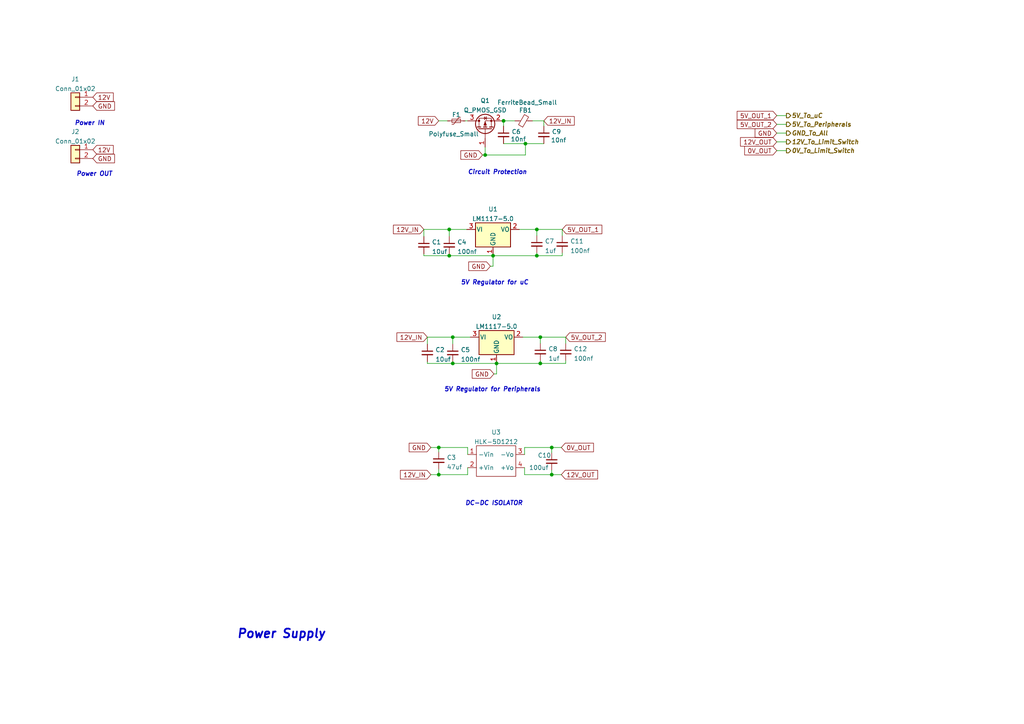
<source format=kicad_sch>
(kicad_sch
	(version 20231120)
	(generator "eeschema")
	(generator_version "8.0")
	(uuid "3934cdea-42c8-4ab1-b1be-2c4978ab08ae")
	(paper "A4")
	(title_block
		(title "Motion Control Board")
		(date "2022-04-14")
		(company "Vashishtha Research Private Limited")
	)
	(lib_symbols
		(symbol "Connector_Generic:Conn_01x02"
			(pin_names
				(offset 1.016) hide)
			(exclude_from_sim no)
			(in_bom yes)
			(on_board yes)
			(property "Reference" "J"
				(at 0 2.54 0)
				(effects
					(font
						(size 1.27 1.27)
					)
				)
			)
			(property "Value" "Conn_01x02"
				(at 0 -5.08 0)
				(effects
					(font
						(size 1.27 1.27)
					)
				)
			)
			(property "Footprint" ""
				(at 0 0 0)
				(effects
					(font
						(size 1.27 1.27)
					)
					(hide yes)
				)
			)
			(property "Datasheet" "~"
				(at 0 0 0)
				(effects
					(font
						(size 1.27 1.27)
					)
					(hide yes)
				)
			)
			(property "Description" "Generic connector, single row, 01x02, script generated (kicad-library-utils/schlib/autogen/connector/)"
				(at 0 0 0)
				(effects
					(font
						(size 1.27 1.27)
					)
					(hide yes)
				)
			)
			(property "ki_keywords" "connector"
				(at 0 0 0)
				(effects
					(font
						(size 1.27 1.27)
					)
					(hide yes)
				)
			)
			(property "ki_fp_filters" "Connector*:*_1x??_*"
				(at 0 0 0)
				(effects
					(font
						(size 1.27 1.27)
					)
					(hide yes)
				)
			)
			(symbol "Conn_01x02_1_1"
				(rectangle
					(start -1.27 -2.413)
					(end 0 -2.667)
					(stroke
						(width 0.1524)
						(type default)
					)
					(fill
						(type none)
					)
				)
				(rectangle
					(start -1.27 0.127)
					(end 0 -0.127)
					(stroke
						(width 0.1524)
						(type default)
					)
					(fill
						(type none)
					)
				)
				(rectangle
					(start -1.27 1.27)
					(end 1.27 -3.81)
					(stroke
						(width 0.254)
						(type default)
					)
					(fill
						(type background)
					)
				)
				(pin passive line
					(at -5.08 0 0)
					(length 3.81)
					(name "Pin_1"
						(effects
							(font
								(size 1.27 1.27)
							)
						)
					)
					(number "1"
						(effects
							(font
								(size 1.27 1.27)
							)
						)
					)
				)
				(pin passive line
					(at -5.08 -2.54 0)
					(length 3.81)
					(name "Pin_2"
						(effects
							(font
								(size 1.27 1.27)
							)
						)
					)
					(number "2"
						(effects
							(font
								(size 1.27 1.27)
							)
						)
					)
				)
			)
		)
		(symbol "Device:C_Small"
			(pin_numbers hide)
			(pin_names
				(offset 0.254) hide)
			(exclude_from_sim no)
			(in_bom yes)
			(on_board yes)
			(property "Reference" "C"
				(at 0.254 1.778 0)
				(effects
					(font
						(size 1.27 1.27)
					)
					(justify left)
				)
			)
			(property "Value" "C_Small"
				(at 0.254 -2.032 0)
				(effects
					(font
						(size 1.27 1.27)
					)
					(justify left)
				)
			)
			(property "Footprint" ""
				(at 0 0 0)
				(effects
					(font
						(size 1.27 1.27)
					)
					(hide yes)
				)
			)
			(property "Datasheet" "~"
				(at 0 0 0)
				(effects
					(font
						(size 1.27 1.27)
					)
					(hide yes)
				)
			)
			(property "Description" "Unpolarized capacitor, small symbol"
				(at 0 0 0)
				(effects
					(font
						(size 1.27 1.27)
					)
					(hide yes)
				)
			)
			(property "ki_keywords" "capacitor cap"
				(at 0 0 0)
				(effects
					(font
						(size 1.27 1.27)
					)
					(hide yes)
				)
			)
			(property "ki_fp_filters" "C_*"
				(at 0 0 0)
				(effects
					(font
						(size 1.27 1.27)
					)
					(hide yes)
				)
			)
			(symbol "C_Small_0_1"
				(polyline
					(pts
						(xy -1.524 -0.508) (xy 1.524 -0.508)
					)
					(stroke
						(width 0.3302)
						(type default)
					)
					(fill
						(type none)
					)
				)
				(polyline
					(pts
						(xy -1.524 0.508) (xy 1.524 0.508)
					)
					(stroke
						(width 0.3048)
						(type default)
					)
					(fill
						(type none)
					)
				)
			)
			(symbol "C_Small_1_1"
				(pin passive line
					(at 0 2.54 270)
					(length 2.032)
					(name "~"
						(effects
							(font
								(size 1.27 1.27)
							)
						)
					)
					(number "1"
						(effects
							(font
								(size 1.27 1.27)
							)
						)
					)
				)
				(pin passive line
					(at 0 -2.54 90)
					(length 2.032)
					(name "~"
						(effects
							(font
								(size 1.27 1.27)
							)
						)
					)
					(number "2"
						(effects
							(font
								(size 1.27 1.27)
							)
						)
					)
				)
			)
		)
		(symbol "Device:FerriteBead_Small"
			(pin_numbers hide)
			(pin_names
				(offset 0)
			)
			(exclude_from_sim no)
			(in_bom yes)
			(on_board yes)
			(property "Reference" "FB"
				(at 1.905 1.27 0)
				(effects
					(font
						(size 1.27 1.27)
					)
					(justify left)
				)
			)
			(property "Value" "FerriteBead_Small"
				(at 1.905 -1.27 0)
				(effects
					(font
						(size 1.27 1.27)
					)
					(justify left)
				)
			)
			(property "Footprint" ""
				(at -1.778 0 90)
				(effects
					(font
						(size 1.27 1.27)
					)
					(hide yes)
				)
			)
			(property "Datasheet" "~"
				(at 0 0 0)
				(effects
					(font
						(size 1.27 1.27)
					)
					(hide yes)
				)
			)
			(property "Description" "Ferrite bead, small symbol"
				(at 0 0 0)
				(effects
					(font
						(size 1.27 1.27)
					)
					(hide yes)
				)
			)
			(property "ki_keywords" "L ferrite bead inductor filter"
				(at 0 0 0)
				(effects
					(font
						(size 1.27 1.27)
					)
					(hide yes)
				)
			)
			(property "ki_fp_filters" "Inductor_* L_* *Ferrite*"
				(at 0 0 0)
				(effects
					(font
						(size 1.27 1.27)
					)
					(hide yes)
				)
			)
			(symbol "FerriteBead_Small_0_1"
				(polyline
					(pts
						(xy 0 -1.27) (xy 0 -0.7874)
					)
					(stroke
						(width 0)
						(type default)
					)
					(fill
						(type none)
					)
				)
				(polyline
					(pts
						(xy 0 0.889) (xy 0 1.2954)
					)
					(stroke
						(width 0)
						(type default)
					)
					(fill
						(type none)
					)
				)
				(polyline
					(pts
						(xy -1.8288 0.2794) (xy -1.1176 1.4986) (xy 1.8288 -0.2032) (xy 1.1176 -1.4224) (xy -1.8288 0.2794)
					)
					(stroke
						(width 0)
						(type default)
					)
					(fill
						(type none)
					)
				)
			)
			(symbol "FerriteBead_Small_1_1"
				(pin passive line
					(at 0 2.54 270)
					(length 1.27)
					(name "~"
						(effects
							(font
								(size 1.27 1.27)
							)
						)
					)
					(number "1"
						(effects
							(font
								(size 1.27 1.27)
							)
						)
					)
				)
				(pin passive line
					(at 0 -2.54 90)
					(length 1.27)
					(name "~"
						(effects
							(font
								(size 1.27 1.27)
							)
						)
					)
					(number "2"
						(effects
							(font
								(size 1.27 1.27)
							)
						)
					)
				)
			)
		)
		(symbol "Device:Polyfuse_Small"
			(pin_numbers hide)
			(pin_names
				(offset 0)
			)
			(exclude_from_sim no)
			(in_bom yes)
			(on_board yes)
			(property "Reference" "F"
				(at -1.905 0 90)
				(effects
					(font
						(size 1.27 1.27)
					)
				)
			)
			(property "Value" "Polyfuse_Small"
				(at 1.905 0 90)
				(effects
					(font
						(size 1.27 1.27)
					)
				)
			)
			(property "Footprint" ""
				(at 1.27 -5.08 0)
				(effects
					(font
						(size 1.27 1.27)
					)
					(justify left)
					(hide yes)
				)
			)
			(property "Datasheet" "~"
				(at 0 0 0)
				(effects
					(font
						(size 1.27 1.27)
					)
					(hide yes)
				)
			)
			(property "Description" "Resettable fuse, polymeric positive temperature coefficient, small symbol"
				(at 0 0 0)
				(effects
					(font
						(size 1.27 1.27)
					)
					(hide yes)
				)
			)
			(property "ki_keywords" "resettable fuse PTC PPTC polyfuse polyswitch"
				(at 0 0 0)
				(effects
					(font
						(size 1.27 1.27)
					)
					(hide yes)
				)
			)
			(property "ki_fp_filters" "*polyfuse* *PTC*"
				(at 0 0 0)
				(effects
					(font
						(size 1.27 1.27)
					)
					(hide yes)
				)
			)
			(symbol "Polyfuse_Small_0_1"
				(rectangle
					(start -0.508 1.27)
					(end 0.508 -1.27)
					(stroke
						(width 0)
						(type default)
					)
					(fill
						(type none)
					)
				)
				(polyline
					(pts
						(xy 0 2.54) (xy 0 -2.54)
					)
					(stroke
						(width 0)
						(type default)
					)
					(fill
						(type none)
					)
				)
				(polyline
					(pts
						(xy -1.016 1.27) (xy -1.016 0.762) (xy 1.016 -0.762) (xy 1.016 -1.27)
					)
					(stroke
						(width 0)
						(type default)
					)
					(fill
						(type none)
					)
				)
			)
			(symbol "Polyfuse_Small_1_1"
				(pin passive line
					(at 0 2.54 270)
					(length 0.635)
					(name "~"
						(effects
							(font
								(size 1.27 1.27)
							)
						)
					)
					(number "1"
						(effects
							(font
								(size 1.27 1.27)
							)
						)
					)
				)
				(pin passive line
					(at 0 -2.54 90)
					(length 0.635)
					(name "~"
						(effects
							(font
								(size 1.27 1.27)
							)
						)
					)
					(number "2"
						(effects
							(font
								(size 1.27 1.27)
							)
						)
					)
				)
			)
		)
		(symbol "Device:Q_PMOS_GSD"
			(pin_names
				(offset 0) hide)
			(exclude_from_sim no)
			(in_bom yes)
			(on_board yes)
			(property "Reference" "Q"
				(at 5.08 1.27 0)
				(effects
					(font
						(size 1.27 1.27)
					)
					(justify left)
				)
			)
			(property "Value" "Q_PMOS_GSD"
				(at 5.08 -1.27 0)
				(effects
					(font
						(size 1.27 1.27)
					)
					(justify left)
				)
			)
			(property "Footprint" ""
				(at 5.08 2.54 0)
				(effects
					(font
						(size 1.27 1.27)
					)
					(hide yes)
				)
			)
			(property "Datasheet" "~"
				(at 0 0 0)
				(effects
					(font
						(size 1.27 1.27)
					)
					(hide yes)
				)
			)
			(property "Description" "P-MOSFET transistor, gate/source/drain"
				(at 0 0 0)
				(effects
					(font
						(size 1.27 1.27)
					)
					(hide yes)
				)
			)
			(property "ki_keywords" "transistor PMOS P-MOS P-MOSFET"
				(at 0 0 0)
				(effects
					(font
						(size 1.27 1.27)
					)
					(hide yes)
				)
			)
			(symbol "Q_PMOS_GSD_0_1"
				(polyline
					(pts
						(xy 0.254 0) (xy -2.54 0)
					)
					(stroke
						(width 0)
						(type default)
					)
					(fill
						(type none)
					)
				)
				(polyline
					(pts
						(xy 0.254 1.905) (xy 0.254 -1.905)
					)
					(stroke
						(width 0.254)
						(type default)
					)
					(fill
						(type none)
					)
				)
				(polyline
					(pts
						(xy 0.762 -1.27) (xy 0.762 -2.286)
					)
					(stroke
						(width 0.254)
						(type default)
					)
					(fill
						(type none)
					)
				)
				(polyline
					(pts
						(xy 0.762 0.508) (xy 0.762 -0.508)
					)
					(stroke
						(width 0.254)
						(type default)
					)
					(fill
						(type none)
					)
				)
				(polyline
					(pts
						(xy 0.762 2.286) (xy 0.762 1.27)
					)
					(stroke
						(width 0.254)
						(type default)
					)
					(fill
						(type none)
					)
				)
				(polyline
					(pts
						(xy 2.54 2.54) (xy 2.54 1.778)
					)
					(stroke
						(width 0)
						(type default)
					)
					(fill
						(type none)
					)
				)
				(polyline
					(pts
						(xy 2.54 -2.54) (xy 2.54 0) (xy 0.762 0)
					)
					(stroke
						(width 0)
						(type default)
					)
					(fill
						(type none)
					)
				)
				(polyline
					(pts
						(xy 0.762 1.778) (xy 3.302 1.778) (xy 3.302 -1.778) (xy 0.762 -1.778)
					)
					(stroke
						(width 0)
						(type default)
					)
					(fill
						(type none)
					)
				)
				(polyline
					(pts
						(xy 2.286 0) (xy 1.27 0.381) (xy 1.27 -0.381) (xy 2.286 0)
					)
					(stroke
						(width 0)
						(type default)
					)
					(fill
						(type outline)
					)
				)
				(polyline
					(pts
						(xy 2.794 -0.508) (xy 2.921 -0.381) (xy 3.683 -0.381) (xy 3.81 -0.254)
					)
					(stroke
						(width 0)
						(type default)
					)
					(fill
						(type none)
					)
				)
				(polyline
					(pts
						(xy 3.302 -0.381) (xy 2.921 0.254) (xy 3.683 0.254) (xy 3.302 -0.381)
					)
					(stroke
						(width 0)
						(type default)
					)
					(fill
						(type none)
					)
				)
				(circle
					(center 1.651 0)
					(radius 2.794)
					(stroke
						(width 0.254)
						(type default)
					)
					(fill
						(type none)
					)
				)
				(circle
					(center 2.54 -1.778)
					(radius 0.254)
					(stroke
						(width 0)
						(type default)
					)
					(fill
						(type outline)
					)
				)
				(circle
					(center 2.54 1.778)
					(radius 0.254)
					(stroke
						(width 0)
						(type default)
					)
					(fill
						(type outline)
					)
				)
			)
			(symbol "Q_PMOS_GSD_1_1"
				(pin input line
					(at -5.08 0 0)
					(length 2.54)
					(name "G"
						(effects
							(font
								(size 1.27 1.27)
							)
						)
					)
					(number "1"
						(effects
							(font
								(size 1.27 1.27)
							)
						)
					)
				)
				(pin passive line
					(at 2.54 -5.08 90)
					(length 2.54)
					(name "S"
						(effects
							(font
								(size 1.27 1.27)
							)
						)
					)
					(number "2"
						(effects
							(font
								(size 1.27 1.27)
							)
						)
					)
				)
				(pin passive line
					(at 2.54 5.08 270)
					(length 2.54)
					(name "D"
						(effects
							(font
								(size 1.27 1.27)
							)
						)
					)
					(number "3"
						(effects
							(font
								(size 1.27 1.27)
							)
						)
					)
				)
			)
		)
		(symbol "Hi-Link:HLK-5D1212"
			(exclude_from_sim no)
			(in_bom yes)
			(on_board yes)
			(property "Reference" "U"
				(at -1.27 10.16 0)
				(effects
					(font
						(size 1.27 1.27)
					)
				)
			)
			(property "Value" "HLK-5D1212"
				(at 0 -2.54 0)
				(effects
					(font
						(size 1.27 1.27)
					)
				)
			)
			(property "Footprint" ""
				(at 1.27 0 0)
				(effects
					(font
						(size 1.27 1.27)
					)
					(hide yes)
				)
			)
			(property "Datasheet" ""
				(at 1.27 0 0)
				(effects
					(font
						(size 1.27 1.27)
					)
					(hide yes)
				)
			)
			(property "Description" ""
				(at 0 0 0)
				(effects
					(font
						(size 1.27 1.27)
					)
					(hide yes)
				)
			)
			(symbol "HLK-5D1212_0_1"
				(rectangle
					(start -6.35 8.89)
					(end 5.08 0)
					(stroke
						(width 0.1524)
						(type default)
					)
					(fill
						(type none)
					)
				)
			)
			(symbol "HLK-5D1212_1_1"
				(pin input line
					(at -8.89 6.35 0)
					(length 2.54)
					(name "-Vin"
						(effects
							(font
								(size 1.27 1.27)
							)
						)
					)
					(number "1"
						(effects
							(font
								(size 1.27 1.27)
							)
						)
					)
				)
				(pin input line
					(at -8.89 2.54 0)
					(length 2.54)
					(name "+Vin"
						(effects
							(font
								(size 1.27 1.27)
							)
						)
					)
					(number "2"
						(effects
							(font
								(size 1.27 1.27)
							)
						)
					)
				)
				(pin output line
					(at 7.62 6.35 180)
					(length 2.54)
					(name "-Vo"
						(effects
							(font
								(size 1.27 1.27)
							)
						)
					)
					(number "3"
						(effects
							(font
								(size 1.27 1.27)
							)
						)
					)
				)
				(pin output line
					(at 7.62 2.54 180)
					(length 2.54)
					(name "+Vo"
						(effects
							(font
								(size 1.27 1.27)
							)
						)
					)
					(number "4"
						(effects
							(font
								(size 1.27 1.27)
							)
						)
					)
				)
			)
		)
		(symbol "Regulator_Linear:LM1117-5.0"
			(pin_names
				(offset 0.254)
			)
			(exclude_from_sim no)
			(in_bom yes)
			(on_board yes)
			(property "Reference" "U"
				(at -3.81 3.175 0)
				(effects
					(font
						(size 1.27 1.27)
					)
				)
			)
			(property "Value" "LM1117-5.0"
				(at 0 3.175 0)
				(effects
					(font
						(size 1.27 1.27)
					)
					(justify left)
				)
			)
			(property "Footprint" ""
				(at 0 0 0)
				(effects
					(font
						(size 1.27 1.27)
					)
					(hide yes)
				)
			)
			(property "Datasheet" "http://www.ti.com/lit/ds/symlink/lm1117.pdf"
				(at 0 0 0)
				(effects
					(font
						(size 1.27 1.27)
					)
					(hide yes)
				)
			)
			(property "Description" "800mA Low-Dropout Linear Regulator, 5.0V fixed output, TO-220/TO-252/TO-263/SOT-223"
				(at 0 0 0)
				(effects
					(font
						(size 1.27 1.27)
					)
					(hide yes)
				)
			)
			(property "ki_keywords" "linear regulator ldo fixed positive"
				(at 0 0 0)
				(effects
					(font
						(size 1.27 1.27)
					)
					(hide yes)
				)
			)
			(property "ki_fp_filters" "SOT?223* TO?263* TO?252* TO?220*"
				(at 0 0 0)
				(effects
					(font
						(size 1.27 1.27)
					)
					(hide yes)
				)
			)
			(symbol "LM1117-5.0_0_1"
				(rectangle
					(start -5.08 -5.08)
					(end 5.08 1.905)
					(stroke
						(width 0.254)
						(type default)
					)
					(fill
						(type background)
					)
				)
			)
			(symbol "LM1117-5.0_1_1"
				(pin power_in line
					(at 0 -7.62 90)
					(length 2.54)
					(name "GND"
						(effects
							(font
								(size 1.27 1.27)
							)
						)
					)
					(number "1"
						(effects
							(font
								(size 1.27 1.27)
							)
						)
					)
				)
				(pin power_out line
					(at 7.62 0 180)
					(length 2.54)
					(name "VO"
						(effects
							(font
								(size 1.27 1.27)
							)
						)
					)
					(number "2"
						(effects
							(font
								(size 1.27 1.27)
							)
						)
					)
				)
				(pin power_in line
					(at -7.62 0 0)
					(length 2.54)
					(name "VI"
						(effects
							(font
								(size 1.27 1.27)
							)
						)
					)
					(number "3"
						(effects
							(font
								(size 1.27 1.27)
							)
						)
					)
				)
			)
		)
	)
	(junction
		(at 152.4 41.656)
		(diameter 0)
		(color 0 0 0 0)
		(uuid "0ec4017c-aaa4-494b-8855-8fa7e51c9539")
	)
	(junction
		(at 156.718 97.79)
		(diameter 0)
		(color 0 0 0 0)
		(uuid "2dc05637-1d28-4750-be32-f6f85dff03c3")
	)
	(junction
		(at 144.018 105.41)
		(diameter 0)
		(color 0 0 0 0)
		(uuid "37377d6c-9916-4448-b712-24b8cd19bb46")
	)
	(junction
		(at 156.718 105.41)
		(diameter 0)
		(color 0 0 0 0)
		(uuid "4be5e3b9-5935-4c5b-8909-ec7c4173b17c")
	)
	(junction
		(at 130.302 74.168)
		(diameter 0)
		(color 0 0 0 0)
		(uuid "6e2c6dbd-e8c1-4cc7-bb43-5b1d83671c4b")
	)
	(junction
		(at 155.702 66.548)
		(diameter 0)
		(color 0 0 0 0)
		(uuid "7112c913-47fd-424a-ac40-04cf4baf79d9")
	)
	(junction
		(at 127.254 137.668)
		(diameter 0)
		(color 0 0 0 0)
		(uuid "7d126ed4-3e8b-440b-9e9e-06e8730d762e")
	)
	(junction
		(at 140.716 44.958)
		(diameter 0)
		(color 0 0 0 0)
		(uuid "859a1177-7dfe-4bbe-96f8-7e279847244c")
	)
	(junction
		(at 155.702 74.168)
		(diameter 0)
		(color 0 0 0 0)
		(uuid "8fcf6978-4b9e-4753-957a-bff7b5edecde")
	)
	(junction
		(at 127.254 129.794)
		(diameter 0)
		(color 0 0 0 0)
		(uuid "96611559-6432-416b-b2bc-ca46f94a0ebd")
	)
	(junction
		(at 130.302 66.548)
		(diameter 0)
		(color 0 0 0 0)
		(uuid "b022e711-88df-4ed8-8721-7e3ca186cfe8")
	)
	(junction
		(at 143.002 74.168)
		(diameter 0)
		(color 0 0 0 0)
		(uuid "b319cefa-2843-4e61-b94d-c9889be7f208")
	)
	(junction
		(at 160.02 129.794)
		(diameter 0)
		(color 0 0 0 0)
		(uuid "b344e7fa-f050-4399-b3a7-30c99ba599c7")
	)
	(junction
		(at 131.318 97.79)
		(diameter 0)
		(color 0 0 0 0)
		(uuid "b53d5d33-f83d-47b4-9fb8-bca755197bf5")
	)
	(junction
		(at 131.318 105.41)
		(diameter 0)
		(color 0 0 0 0)
		(uuid "cd375f37-f920-4670-93d7-d4d40fc184b1")
	)
	(junction
		(at 160.02 137.668)
		(diameter 0)
		(color 0 0 0 0)
		(uuid "d9c904d5-2133-4bc2-85fd-7081abe5a527")
	)
	(junction
		(at 146.05 35.052)
		(diameter 0)
		(color 0 0 0 0)
		(uuid "e054f9fb-33b9-4dab-b65b-60565691edf2")
	)
	(wire
		(pts
			(xy 131.318 105.41) (xy 144.018 105.41)
		)
		(stroke
			(width 0)
			(type default)
		)
		(uuid "012bd20f-2007-4ee3-a915-f23a6daf2488")
	)
	(wire
		(pts
			(xy 146.05 35.052) (xy 149.352 35.052)
		)
		(stroke
			(width 0)
			(type default)
		)
		(uuid "021bb280-3cf1-4948-a4d4-ec9cf5b1e759")
	)
	(wire
		(pts
			(xy 122.936 66.548) (xy 122.936 68.58)
		)
		(stroke
			(width 0)
			(type default)
		)
		(uuid "064e5cef-8111-4b50-90dd-9d5c26d917a8")
	)
	(wire
		(pts
			(xy 127.254 131.064) (xy 127.254 129.794)
		)
		(stroke
			(width 0)
			(type default)
		)
		(uuid "0826a2af-6c15-4829-931f-84af3b606cbd")
	)
	(wire
		(pts
			(xy 146.05 35.052) (xy 146.05 36.576)
		)
		(stroke
			(width 0)
			(type default)
		)
		(uuid "0c42a8d0-675c-42e2-9276-ab70f0819c1a")
	)
	(wire
		(pts
			(xy 152.146 131.826) (xy 152.146 129.794)
		)
		(stroke
			(width 0)
			(type default)
		)
		(uuid "0defe189-0f7c-48b3-a945-bfd6113baedd")
	)
	(wire
		(pts
			(xy 127.254 129.794) (xy 135.636 129.794)
		)
		(stroke
			(width 0)
			(type default)
		)
		(uuid "0df91c2c-b24f-4ff5-b5fa-9267b70be6f1")
	)
	(wire
		(pts
			(xy 130.302 73.66) (xy 130.302 74.168)
		)
		(stroke
			(width 0)
			(type default)
		)
		(uuid "0ed6a872-6c2d-431f-9e74-9e26ef2d81f2")
	)
	(wire
		(pts
			(xy 155.702 74.168) (xy 163.068 74.168)
		)
		(stroke
			(width 0)
			(type default)
		)
		(uuid "0f0948db-3512-40aa-917a-957bcda94830")
	)
	(wire
		(pts
			(xy 123.952 105.41) (xy 131.318 105.41)
		)
		(stroke
			(width 0)
			(type default)
		)
		(uuid "15f27992-accc-4fb1-8042-f99583c7b085")
	)
	(wire
		(pts
			(xy 140.716 44.958) (xy 140.716 42.672)
		)
		(stroke
			(width 0)
			(type default)
		)
		(uuid "16e934a7-d899-4fe8-aea3-62d6fb6f7f44")
	)
	(wire
		(pts
			(xy 140.716 44.958) (xy 152.4 44.958)
		)
		(stroke
			(width 0)
			(type default)
		)
		(uuid "17d5c41d-592f-4f91-913f-88a0e8aee830")
	)
	(wire
		(pts
			(xy 144.018 105.41) (xy 144.018 108.458)
		)
		(stroke
			(width 0)
			(type default)
		)
		(uuid "1b7051f9-4f40-4ab4-a5bc-a407d7398b68")
	)
	(wire
		(pts
			(xy 122.936 74.168) (xy 130.302 74.168)
		)
		(stroke
			(width 0)
			(type default)
		)
		(uuid "25f344d9-0cd7-4bdd-b602-6ca1c2cbe4e9")
	)
	(wire
		(pts
			(xy 155.702 73.406) (xy 155.702 74.168)
		)
		(stroke
			(width 0)
			(type default)
		)
		(uuid "2a705c1a-2550-4927-a08b-c1667f868127")
	)
	(wire
		(pts
			(xy 122.936 73.66) (xy 122.936 74.168)
		)
		(stroke
			(width 0)
			(type default)
		)
		(uuid "2d1ad5ac-7622-48a8-a54c-7612daf81ae4")
	)
	(wire
		(pts
			(xy 160.02 136.398) (xy 160.02 137.668)
		)
		(stroke
			(width 0)
			(type default)
		)
		(uuid "2d3a3a29-0748-4de0-a33a-2b023641afeb")
	)
	(wire
		(pts
			(xy 145.796 35.052) (xy 146.05 35.052)
		)
		(stroke
			(width 0)
			(type default)
		)
		(uuid "2d62e9f3-a96a-4a5b-8afb-225eccb61e1f")
	)
	(wire
		(pts
			(xy 124.968 129.794) (xy 127.254 129.794)
		)
		(stroke
			(width 0)
			(type default)
		)
		(uuid "310bad17-a193-435f-9007-4c70a38a0b93")
	)
	(wire
		(pts
			(xy 152.4 44.958) (xy 152.4 41.656)
		)
		(stroke
			(width 0)
			(type default)
		)
		(uuid "314c6d89-e951-45db-84ce-5c71d296ba47")
	)
	(wire
		(pts
			(xy 155.702 66.548) (xy 163.068 66.548)
		)
		(stroke
			(width 0)
			(type default)
		)
		(uuid "31f509a0-0eac-45a8-ba27-5b78653aa0aa")
	)
	(wire
		(pts
			(xy 144.018 108.458) (xy 143.256 108.458)
		)
		(stroke
			(width 0)
			(type default)
		)
		(uuid "355f8b91-4621-4935-9bf6-6ccbe8a1bc62")
	)
	(wire
		(pts
			(xy 154.432 35.052) (xy 157.734 35.052)
		)
		(stroke
			(width 0)
			(type default)
		)
		(uuid "40c9ea82-ead1-49c5-8f34-a79fd23ec7a6")
	)
	(wire
		(pts
			(xy 225.298 36.068) (xy 228.092 36.068)
		)
		(stroke
			(width 0)
			(type default)
		)
		(uuid "4cbdd828-8947-4148-b324-4b3192a83b28")
	)
	(wire
		(pts
			(xy 160.02 129.794) (xy 160.02 131.318)
		)
		(stroke
			(width 0)
			(type default)
		)
		(uuid "4e613007-8306-42bd-ad86-b70b55b787ac")
	)
	(wire
		(pts
			(xy 123.952 97.79) (xy 131.318 97.79)
		)
		(stroke
			(width 0)
			(type default)
		)
		(uuid "54776f05-fc51-4c15-bd31-9eb41a90bd4b")
	)
	(wire
		(pts
			(xy 127.254 136.144) (xy 127.254 137.668)
		)
		(stroke
			(width 0)
			(type default)
		)
		(uuid "57b89e06-bc96-4c93-82c5-04661f3f0673")
	)
	(wire
		(pts
			(xy 130.302 74.168) (xy 143.002 74.168)
		)
		(stroke
			(width 0)
			(type default)
		)
		(uuid "5951e4ed-50e1-4904-b6a0-28035bacfcc3")
	)
	(wire
		(pts
			(xy 157.734 35.052) (xy 157.734 36.576)
		)
		(stroke
			(width 0)
			(type default)
		)
		(uuid "5e6c0a7b-f3af-477a-b7a7-d36743f48e5a")
	)
	(wire
		(pts
			(xy 139.954 44.958) (xy 140.716 44.958)
		)
		(stroke
			(width 0)
			(type default)
		)
		(uuid "614ae81e-b877-406d-ac9f-4b8470475cb5")
	)
	(wire
		(pts
			(xy 143.002 74.168) (xy 155.702 74.168)
		)
		(stroke
			(width 0)
			(type default)
		)
		(uuid "653d887a-5ba3-40fe-8257-cb986295c07c")
	)
	(wire
		(pts
			(xy 164.084 97.79) (xy 164.084 99.568)
		)
		(stroke
			(width 0)
			(type default)
		)
		(uuid "65f81e0d-2803-4807-86c6-cdd350bc3b1f")
	)
	(wire
		(pts
			(xy 164.084 105.41) (xy 164.084 104.648)
		)
		(stroke
			(width 0)
			(type default)
		)
		(uuid "685ca289-af4f-4329-9197-3e301d436d4c")
	)
	(wire
		(pts
			(xy 225.298 43.688) (xy 228.092 43.688)
		)
		(stroke
			(width 0)
			(type default)
		)
		(uuid "6a49d4b9-3705-4f27-a755-c577d7629c19")
	)
	(wire
		(pts
			(xy 130.302 66.548) (xy 130.302 68.58)
		)
		(stroke
			(width 0)
			(type default)
		)
		(uuid "6fbbe63a-2c33-4b9a-9282-456b4e1031ed")
	)
	(wire
		(pts
			(xy 152.146 137.668) (xy 160.02 137.668)
		)
		(stroke
			(width 0)
			(type default)
		)
		(uuid "735e0fa3-ce11-41b0-aa7b-608835b63bc7")
	)
	(wire
		(pts
			(xy 127.254 35.052) (xy 129.794 35.052)
		)
		(stroke
			(width 0)
			(type default)
		)
		(uuid "7a098b3d-1f73-4bac-9f80-df252aebbf15")
	)
	(wire
		(pts
			(xy 127.254 137.668) (xy 135.636 137.668)
		)
		(stroke
			(width 0)
			(type default)
		)
		(uuid "7c6be54e-6bb0-44ee-a539-6cc4a7cded0e")
	)
	(wire
		(pts
			(xy 160.02 137.668) (xy 162.814 137.668)
		)
		(stroke
			(width 0)
			(type default)
		)
		(uuid "7cfa880e-6333-4118-8735-9dacd7359246")
	)
	(wire
		(pts
			(xy 160.02 129.794) (xy 162.814 129.794)
		)
		(stroke
			(width 0)
			(type default)
		)
		(uuid "7dfa2e2a-9369-4aad-b656-f42adce9364b")
	)
	(wire
		(pts
			(xy 135.636 129.794) (xy 135.636 131.826)
		)
		(stroke
			(width 0)
			(type default)
		)
		(uuid "8a4e0ae7-91e8-494b-a514-bcd19e2595aa")
	)
	(wire
		(pts
			(xy 155.702 66.548) (xy 155.702 68.326)
		)
		(stroke
			(width 0)
			(type default)
		)
		(uuid "8abefb31-203d-4896-a51f-2b523e2ba151")
	)
	(wire
		(pts
			(xy 130.302 66.548) (xy 135.382 66.548)
		)
		(stroke
			(width 0)
			(type default)
		)
		(uuid "8c9f2d60-e0d7-4746-87ca-87ad1fb0a593")
	)
	(wire
		(pts
			(xy 156.718 97.79) (xy 164.084 97.79)
		)
		(stroke
			(width 0)
			(type default)
		)
		(uuid "8fd6bd47-b24a-4897-b5a5-e3136c25749b")
	)
	(wire
		(pts
			(xy 143.002 77.216) (xy 142.24 77.216)
		)
		(stroke
			(width 0)
			(type default)
		)
		(uuid "90212e2a-501a-49a0-8059-f7957eff2d2b")
	)
	(wire
		(pts
			(xy 225.298 38.608) (xy 228.092 38.608)
		)
		(stroke
			(width 0)
			(type default)
		)
		(uuid "90c43aa7-69fa-4ea5-a19b-f0683cec2d69")
	)
	(wire
		(pts
			(xy 143.002 74.168) (xy 143.002 77.216)
		)
		(stroke
			(width 0)
			(type default)
		)
		(uuid "9211eb8e-986f-450e-893d-c7ef197075a9")
	)
	(wire
		(pts
			(xy 152.146 135.636) (xy 152.146 137.668)
		)
		(stroke
			(width 0)
			(type default)
		)
		(uuid "93f86531-8788-4422-a957-fb37c6498866")
	)
	(wire
		(pts
			(xy 152.146 129.794) (xy 160.02 129.794)
		)
		(stroke
			(width 0)
			(type default)
		)
		(uuid "9bcffcca-990a-4b3f-8d7b-5d722c48baa7")
	)
	(wire
		(pts
			(xy 131.318 97.79) (xy 136.398 97.79)
		)
		(stroke
			(width 0)
			(type default)
		)
		(uuid "a1ad8d0b-8fb5-471a-b6b9-206b10439514")
	)
	(wire
		(pts
			(xy 134.874 35.052) (xy 135.636 35.052)
		)
		(stroke
			(width 0)
			(type default)
		)
		(uuid "a8b12618-9e86-4432-be0f-09ea0df9b9c0")
	)
	(wire
		(pts
			(xy 144.018 105.41) (xy 156.718 105.41)
		)
		(stroke
			(width 0)
			(type default)
		)
		(uuid "a9d9aa37-4e7d-4d24-945c-0077e83dca62")
	)
	(wire
		(pts
			(xy 150.622 66.548) (xy 155.702 66.548)
		)
		(stroke
			(width 0)
			(type default)
		)
		(uuid "aefe0252-ba58-4be3-992a-45771a268f3f")
	)
	(wire
		(pts
			(xy 131.318 104.902) (xy 131.318 105.41)
		)
		(stroke
			(width 0)
			(type default)
		)
		(uuid "af6e5151-4585-445b-8637-932af70a7bed")
	)
	(wire
		(pts
			(xy 225.298 41.148) (xy 228.092 41.148)
		)
		(stroke
			(width 0)
			(type default)
		)
		(uuid "b77723a4-2663-4eee-a712-b4e3ef9fd26e")
	)
	(wire
		(pts
			(xy 156.718 105.41) (xy 164.084 105.41)
		)
		(stroke
			(width 0)
			(type default)
		)
		(uuid "b7b00f0b-648f-41b5-a599-dc26bbc22437")
	)
	(wire
		(pts
			(xy 123.952 97.79) (xy 123.952 99.822)
		)
		(stroke
			(width 0)
			(type default)
		)
		(uuid "bc7fd036-37aa-4233-afac-eb05409b984b")
	)
	(wire
		(pts
			(xy 122.936 66.548) (xy 130.302 66.548)
		)
		(stroke
			(width 0)
			(type default)
		)
		(uuid "bf071e8c-9b50-451f-a19c-0c4b51b98f98")
	)
	(wire
		(pts
			(xy 151.638 97.79) (xy 156.718 97.79)
		)
		(stroke
			(width 0)
			(type default)
		)
		(uuid "c5f2e02c-de91-4419-9486-f1e13b942eec")
	)
	(wire
		(pts
			(xy 124.968 137.668) (xy 127.254 137.668)
		)
		(stroke
			(width 0)
			(type default)
		)
		(uuid "d20046a2-3c4e-44cc-ab2c-cab01f1ca2fb")
	)
	(wire
		(pts
			(xy 163.068 66.548) (xy 163.068 68.326)
		)
		(stroke
			(width 0)
			(type default)
		)
		(uuid "d2ac8f31-0d97-43ed-bc4a-83a0c6b9a889")
	)
	(wire
		(pts
			(xy 123.952 104.902) (xy 123.952 105.41)
		)
		(stroke
			(width 0)
			(type default)
		)
		(uuid "d5b4d076-8e1a-493d-a423-4cb12829464b")
	)
	(wire
		(pts
			(xy 156.718 97.79) (xy 156.718 99.568)
		)
		(stroke
			(width 0)
			(type default)
		)
		(uuid "d75d51e4-89b2-421a-a18f-587863000468")
	)
	(wire
		(pts
			(xy 152.4 41.656) (xy 157.734 41.656)
		)
		(stroke
			(width 0)
			(type default)
		)
		(uuid "dbfd0abf-478b-4c29-be07-a33ee7b4eda5")
	)
	(wire
		(pts
			(xy 225.298 33.528) (xy 228.092 33.528)
		)
		(stroke
			(width 0)
			(type default)
		)
		(uuid "e0008268-c04f-4281-85e1-8f8daba00ef5")
	)
	(wire
		(pts
			(xy 146.05 41.656) (xy 152.4 41.656)
		)
		(stroke
			(width 0)
			(type default)
		)
		(uuid "e1be12ef-1667-4657-8e22-e29ce369e590")
	)
	(wire
		(pts
			(xy 131.318 97.79) (xy 131.318 99.822)
		)
		(stroke
			(width 0)
			(type default)
		)
		(uuid "eac70576-4f92-483b-a99b-4da13bd74de7")
	)
	(wire
		(pts
			(xy 156.718 104.648) (xy 156.718 105.41)
		)
		(stroke
			(width 0)
			(type default)
		)
		(uuid "eeecc058-253e-45af-af85-b2f5ecec339d")
	)
	(wire
		(pts
			(xy 135.636 137.668) (xy 135.636 135.636)
		)
		(stroke
			(width 0)
			(type default)
		)
		(uuid "f17e5962-9d7e-4e54-8810-61493c261604")
	)
	(wire
		(pts
			(xy 163.068 74.168) (xy 163.068 73.406)
		)
		(stroke
			(width 0)
			(type default)
		)
		(uuid "f695069c-d0e7-4f55-ab69-fb7f14ff65af")
	)
	(text "DC-DC ISOLATOR"
		(exclude_from_sim no)
		(at 134.874 146.812 0)
		(effects
			(font
				(size 1.27 1.27)
				(thickness 0.254)
				(bold yes)
				(italic yes)
			)
			(justify left bottom)
		)
		(uuid "0294f51d-08b1-460c-84cc-fd2ce264b296")
	)
	(text "5V Regulator for uC"
		(exclude_from_sim no)
		(at 133.604 82.804 0)
		(effects
			(font
				(size 1.27 1.27)
				(bold yes)
				(italic yes)
			)
			(justify left bottom)
		)
		(uuid "059c4f65-9663-4cc9-8d81-00c527a6510a")
	)
	(text "5V Regulator for Peripherals"
		(exclude_from_sim no)
		(at 128.778 113.792 0)
		(effects
			(font
				(size 1.27 1.27)
				(bold yes)
				(italic yes)
			)
			(justify left bottom)
		)
		(uuid "1bd9d834-8d5d-4b2b-b250-4b711b042ed6")
	)
	(text "Power OUT\n"
		(exclude_from_sim no)
		(at 22.098 51.308 0)
		(effects
			(font
				(size 1.27 1.27)
				(thickness 0.254)
				(bold yes)
				(italic yes)
			)
			(justify left bottom)
		)
		(uuid "2a7caccf-f85c-43e0-bb0b-69c4a27f34ee")
	)
	(text "Power Supply"
		(exclude_from_sim no)
		(at 68.58 185.42 0)
		(effects
			(font
				(size 2.5 2.5)
				(bold yes)
				(italic yes)
			)
			(justify left bottom)
		)
		(uuid "60cdadde-8aec-4e7b-96e6-9eec43630216")
	)
	(text "Power IN"
		(exclude_from_sim no)
		(at 21.59 36.576 0)
		(effects
			(font
				(size 1.27 1.27)
				(thickness 0.254)
				(bold yes)
				(italic yes)
			)
			(justify left bottom)
		)
		(uuid "cf13ead1-ddae-4fa6-9727-c15c5a0ceb3a")
	)
	(text "Circuit Protection"
		(exclude_from_sim no)
		(at 135.636 50.8 0)
		(effects
			(font
				(size 1.27 1.27)
				(bold yes)
				(italic yes)
			)
			(justify left bottom)
		)
		(uuid "dc882db1-35f4-4dbe-a7b3-5ec716bd6cb9")
	)
	(global_label "0V_OUT"
		(shape input)
		(at 162.814 129.794 0)
		(fields_autoplaced yes)
		(effects
			(font
				(size 1.27 1.27)
			)
			(justify left)
		)
		(uuid "0627b211-d2b8-430a-90e0-15cc8145b1e5")
		(property "Intersheetrefs" "${INTERSHEET_REFS}"
			(at 172.1214 129.7146 0)
			(effects
				(font
					(size 1.27 1.27)
				)
				(justify left)
				(hide yes)
			)
		)
	)
	(global_label "0V_OUT"
		(shape input)
		(at 225.298 43.688 180)
		(fields_autoplaced yes)
		(effects
			(font
				(size 1.27 1.27)
			)
			(justify right)
		)
		(uuid "0a981be5-8bb8-452c-90cd-55cc3c5e72ae")
		(property "Intersheetrefs" "${INTERSHEET_REFS}"
			(at 215.9906 43.7674 0)
			(effects
				(font
					(size 1.27 1.27)
				)
				(justify right)
				(hide yes)
			)
		)
	)
	(global_label "12V"
		(shape input)
		(at 127.254 35.052 180)
		(fields_autoplaced yes)
		(effects
			(font
				(size 1.27 1.27)
			)
			(justify right)
		)
		(uuid "2e598691-4ad0-41d6-941e-ee7366691729")
		(property "Intersheetrefs" "${INTERSHEET_REFS}"
			(at 121.3333 35.1314 0)
			(effects
				(font
					(size 1.27 1.27)
				)
				(justify right)
				(hide yes)
			)
		)
	)
	(global_label "12V_OUT"
		(shape input)
		(at 162.814 137.668 0)
		(fields_autoplaced yes)
		(effects
			(font
				(size 1.27 1.27)
			)
			(justify left)
		)
		(uuid "3a38768f-ebe2-4e56-9352-df196d1ab09a")
		(property "Intersheetrefs" "${INTERSHEET_REFS}"
			(at 173.3309 137.5886 0)
			(effects
				(font
					(size 1.27 1.27)
				)
				(justify left)
				(hide yes)
			)
		)
	)
	(global_label "12V_IN"
		(shape input)
		(at 122.936 66.548 180)
		(fields_autoplaced yes)
		(effects
			(font
				(size 1.27 1.27)
			)
			(justify right)
		)
		(uuid "3b360a36-aedf-4336-9c9b-aa4bce9f7996")
		(property "Intersheetrefs" "${INTERSHEET_REFS}"
			(at 114.1124 66.6274 0)
			(effects
				(font
					(size 1.27 1.27)
				)
				(justify right)
				(hide yes)
			)
		)
	)
	(global_label "12V_IN"
		(shape input)
		(at 123.952 97.79 180)
		(fields_autoplaced yes)
		(effects
			(font
				(size 1.27 1.27)
			)
			(justify right)
		)
		(uuid "42eef264-9f10-4f49-91a9-4b780f9e6d4a")
		(property "Intersheetrefs" "${INTERSHEET_REFS}"
			(at 115.1284 97.8694 0)
			(effects
				(font
					(size 1.27 1.27)
				)
				(justify right)
				(hide yes)
			)
		)
	)
	(global_label "GND"
		(shape input)
		(at 225.298 38.608 180)
		(fields_autoplaced yes)
		(effects
			(font
				(size 1.27 1.27)
			)
			(justify right)
		)
		(uuid "4a103440-395a-49b1-a6f2-d00f5f26143a")
		(property "Intersheetrefs" "${INTERSHEET_REFS}"
			(at 114.808 -87.122 0)
			(effects
				(font
					(size 1.27 1.27)
				)
				(hide yes)
			)
		)
	)
	(global_label "GND"
		(shape input)
		(at 26.924 45.974 0)
		(fields_autoplaced yes)
		(effects
			(font
				(size 1.27 1.27)
			)
			(justify left)
		)
		(uuid "5556bca5-8d49-4fcd-9adf-20b755c799fe")
		(property "Intersheetrefs" "${INTERSHEET_REFS}"
			(at 33.2076 45.8946 0)
			(effects
				(font
					(size 1.27 1.27)
				)
				(justify left)
				(hide yes)
			)
		)
	)
	(global_label "12V"
		(shape input)
		(at 26.924 28.194 0)
		(fields_autoplaced yes)
		(effects
			(font
				(size 1.27 1.27)
			)
			(justify left)
		)
		(uuid "672d7f22-27d6-40b0-a4ac-8c5bdc0c8508")
		(property "Intersheetrefs" "${INTERSHEET_REFS}"
			(at 32.8447 28.1146 0)
			(effects
				(font
					(size 1.27 1.27)
				)
				(justify left)
				(hide yes)
			)
		)
	)
	(global_label "GND"
		(shape input)
		(at 124.968 129.794 180)
		(fields_autoplaced yes)
		(effects
			(font
				(size 1.27 1.27)
			)
			(justify right)
		)
		(uuid "6d54f884-4f04-45f3-85dc-e7ac8a75dca6")
		(property "Intersheetrefs" "${INTERSHEET_REFS}"
			(at 14.478 4.064 0)
			(effects
				(font
					(size 1.27 1.27)
				)
				(hide yes)
			)
		)
	)
	(global_label "GND"
		(shape input)
		(at 26.924 30.734 0)
		(fields_autoplaced yes)
		(effects
			(font
				(size 1.27 1.27)
			)
			(justify left)
		)
		(uuid "6f511967-e20a-4141-ab99-13d555fea8c6")
		(property "Intersheetrefs" "${INTERSHEET_REFS}"
			(at 33.2076 30.6546 0)
			(effects
				(font
					(size 1.27 1.27)
				)
				(justify left)
				(hide yes)
			)
		)
	)
	(global_label "12V"
		(shape input)
		(at 26.924 43.434 0)
		(fields_autoplaced yes)
		(effects
			(font
				(size 1.27 1.27)
			)
			(justify left)
		)
		(uuid "7a2aae3f-a15d-4daa-8442-4a18cf1ef66b")
		(property "Intersheetrefs" "${INTERSHEET_REFS}"
			(at 32.8447 43.3546 0)
			(effects
				(font
					(size 1.27 1.27)
				)
				(justify left)
				(hide yes)
			)
		)
	)
	(global_label "12V_IN"
		(shape input)
		(at 157.734 35.052 0)
		(fields_autoplaced yes)
		(effects
			(font
				(size 1.27 1.27)
			)
			(justify left)
		)
		(uuid "7b252f28-d68a-4560-a591-583efc3b4129")
		(property "Intersheetrefs" "${INTERSHEET_REFS}"
			(at 166.5576 34.9726 0)
			(effects
				(font
					(size 1.27 1.27)
				)
				(justify left)
				(hide yes)
			)
		)
	)
	(global_label "5V_OUT_1"
		(shape input)
		(at 163.068 66.548 0)
		(fields_autoplaced yes)
		(effects
			(font
				(size 1.27 1.27)
			)
			(justify left)
		)
		(uuid "7df1faf4-04e0-400a-8707-f631422633d2")
		(property "Intersheetrefs" "${INTERSHEET_REFS}"
			(at 174.5525 66.4686 0)
			(effects
				(font
					(size 1.27 1.27)
				)
				(justify left)
				(hide yes)
			)
		)
	)
	(global_label "5V_OUT_2"
		(shape input)
		(at 225.298 36.068 180)
		(fields_autoplaced yes)
		(effects
			(font
				(size 1.27 1.27)
			)
			(justify right)
		)
		(uuid "8737a8f1-16bd-44f0-a49a-b19756bc76d6")
		(property "Intersheetrefs" "${INTERSHEET_REFS}"
			(at 213.8135 36.1474 0)
			(effects
				(font
					(size 1.27 1.27)
				)
				(justify right)
				(hide yes)
			)
		)
	)
	(global_label "12V_OUT"
		(shape input)
		(at 225.298 41.148 180)
		(fields_autoplaced yes)
		(effects
			(font
				(size 1.27 1.27)
			)
			(justify right)
		)
		(uuid "a56b3fb6-b5c4-4a88-b352-5d0b69ac34ce")
		(property "Intersheetrefs" "${INTERSHEET_REFS}"
			(at 214.7811 41.2274 0)
			(effects
				(font
					(size 1.27 1.27)
				)
				(justify right)
				(hide yes)
			)
		)
	)
	(global_label "GND"
		(shape input)
		(at 143.256 108.458 180)
		(fields_autoplaced yes)
		(effects
			(font
				(size 1.27 1.27)
			)
			(justify right)
		)
		(uuid "b83b32ba-768b-435f-b3b6-79d6e703a998")
		(property "Intersheetrefs" "${INTERSHEET_REFS}"
			(at 32.766 -17.272 0)
			(effects
				(font
					(size 1.27 1.27)
				)
				(hide yes)
			)
		)
	)
	(global_label "5V_OUT_1"
		(shape input)
		(at 225.298 33.528 180)
		(fields_autoplaced yes)
		(effects
			(font
				(size 1.27 1.27)
			)
			(justify right)
		)
		(uuid "bef6cdc5-7308-4ac4-8e95-ccf76517a707")
		(property "Intersheetrefs" "${INTERSHEET_REFS}"
			(at 213.8135 33.6074 0)
			(effects
				(font
					(size 1.27 1.27)
				)
				(justify right)
				(hide yes)
			)
		)
	)
	(global_label "GND"
		(shape input)
		(at 139.954 44.958 180)
		(fields_autoplaced yes)
		(effects
			(font
				(size 1.27 1.27)
			)
			(justify right)
		)
		(uuid "c49b52cb-0746-461a-8d3f-733800a6be82")
		(property "Intersheetrefs" "${INTERSHEET_REFS}"
			(at 29.464 -80.772 0)
			(effects
				(font
					(size 1.27 1.27)
				)
				(hide yes)
			)
		)
	)
	(global_label "5V_OUT_2"
		(shape input)
		(at 164.084 97.79 0)
		(fields_autoplaced yes)
		(effects
			(font
				(size 1.27 1.27)
			)
			(justify left)
		)
		(uuid "d0a01392-20fb-4b9f-8122-d108ede8be65")
		(property "Intersheetrefs" "${INTERSHEET_REFS}"
			(at 175.5685 97.7106 0)
			(effects
				(font
					(size 1.27 1.27)
				)
				(justify left)
				(hide yes)
			)
		)
	)
	(global_label "GND"
		(shape input)
		(at 142.24 77.216 180)
		(fields_autoplaced yes)
		(effects
			(font
				(size 1.27 1.27)
			)
			(justify right)
		)
		(uuid "e3e557c1-a6d0-4e5f-a083-0ea673ab89d3")
		(property "Intersheetrefs" "${INTERSHEET_REFS}"
			(at 31.75 -48.514 0)
			(effects
				(font
					(size 1.27 1.27)
				)
				(hide yes)
			)
		)
	)
	(global_label "12V_IN"
		(shape input)
		(at 124.968 137.668 180)
		(fields_autoplaced yes)
		(effects
			(font
				(size 1.27 1.27)
			)
			(justify right)
		)
		(uuid "e9d49cd4-9b9d-4121-92c3-50e4c4579638")
		(property "Intersheetrefs" "${INTERSHEET_REFS}"
			(at 116.1444 137.7474 0)
			(effects
				(font
					(size 1.27 1.27)
				)
				(justify right)
				(hide yes)
			)
		)
	)
	(hierarchical_label "0V_To_Limit_Switch"
		(shape output)
		(at 228.092 43.688 0)
		(fields_autoplaced yes)
		(effects
			(font
				(size 1.27 1.27)
				(bold yes)
				(italic yes)
			)
			(justify left)
		)
		(uuid "0ced2dd9-fc14-4c03-8e63-adae209660ae")
	)
	(hierarchical_label "5V_To_uC"
		(shape output)
		(at 228.092 33.528 0)
		(fields_autoplaced yes)
		(effects
			(font
				(size 1.27 1.27)
				(bold yes)
				(italic yes)
			)
			(justify left)
		)
		(uuid "41a8491b-c98f-420f-9fb6-b4c26a1bfcdc")
	)
	(hierarchical_label "12V_To_Limit_Switch"
		(shape output)
		(at 228.092 41.148 0)
		(fields_autoplaced yes)
		(effects
			(font
				(size 1.27 1.27)
				(bold yes)
				(italic yes)
			)
			(justify left)
		)
		(uuid "427c3fa1-bedb-4d66-a1b5-f9d453b0bae7")
	)
	(hierarchical_label "5V_To_Peripherals"
		(shape output)
		(at 228.092 36.068 0)
		(fields_autoplaced yes)
		(effects
			(font
				(size 1.27 1.27)
				(bold yes)
				(italic yes)
			)
			(justify left)
		)
		(uuid "42cd997f-60f5-4aa2-8f37-757a7d6f6c3b")
	)
	(hierarchical_label "GND_To_All"
		(shape output)
		(at 228.092 38.608 0)
		(fields_autoplaced yes)
		(effects
			(font
				(size 1.27 1.27)
				(bold yes)
				(italic yes)
			)
			(justify left)
		)
		(uuid "aa757f32-e079-48b9-b078-9e81ce394422")
	)
	(symbol
		(lib_id "Regulator_Linear:LM1117-5.0")
		(at 143.002 66.548 0)
		(unit 1)
		(exclude_from_sim no)
		(in_bom yes)
		(on_board yes)
		(dnp no)
		(fields_autoplaced yes)
		(uuid "0eb5f510-3a05-458d-b203-2ce5e9c915f2")
		(property "Reference" "U1"
			(at 143.002 60.6765 0)
			(effects
				(font
					(size 1.27 1.27)
				)
			)
		)
		(property "Value" "LM1117-5.0"
			(at 143.002 63.4516 0)
			(effects
				(font
					(size 1.27 1.27)
				)
			)
		)
		(property "Footprint" "Package_TO_SOT_SMD:SOT-223"
			(at 143.002 66.548 0)
			(effects
				(font
					(size 1.27 1.27)
				)
				(hide yes)
			)
		)
		(property "Datasheet" "http://www.ti.com/lit/ds/symlink/lm1117.pdf"
			(at 143.002 66.548 0)
			(effects
				(font
					(size 1.27 1.27)
				)
				(hide yes)
			)
		)
		(property "Description" ""
			(at 143.002 66.548 0)
			(effects
				(font
					(size 1.27 1.27)
				)
				(hide yes)
			)
		)
		(pin "1"
			(uuid "eff68a16-eb16-4f36-bb1f-89070d51d691")
		)
		(pin "2"
			(uuid "155958bb-9980-4307-9c80-0ca2175ee246")
		)
		(pin "3"
			(uuid "8d4b4156-6da1-4fa3-9f8f-b580f2e09026")
		)
		(instances
			(project "Motion_Control_Board2.0"
				(path "/e63e39d7-6ac0-4ffd-8aa3-1841a4541b55/75f2082b-4d7b-452b-8a4f-d706b382cdc7"
					(reference "U1")
					(unit 1)
				)
			)
		)
	)
	(symbol
		(lib_id "Device:C_Small")
		(at 127.254 133.604 0)
		(unit 1)
		(exclude_from_sim no)
		(in_bom yes)
		(on_board yes)
		(dnp no)
		(fields_autoplaced yes)
		(uuid "1581777f-050f-4375-a941-4c01051e2756")
		(property "Reference" "C3"
			(at 129.5781 132.7018 0)
			(effects
				(font
					(size 1.27 1.27)
				)
				(justify left)
			)
		)
		(property "Value" "47uf"
			(at 129.5781 135.4769 0)
			(effects
				(font
					(size 1.27 1.27)
				)
				(justify left)
			)
		)
		(property "Footprint" "Capacitor_SMD:C_0805_2012Metric"
			(at 127.254 133.604 0)
			(effects
				(font
					(size 1.27 1.27)
				)
				(hide yes)
			)
		)
		(property "Datasheet" "~"
			(at 127.254 133.604 0)
			(effects
				(font
					(size 1.27 1.27)
				)
				(hide yes)
			)
		)
		(property "Description" ""
			(at 127.254 133.604 0)
			(effects
				(font
					(size 1.27 1.27)
				)
				(hide yes)
			)
		)
		(pin "1"
			(uuid "abe667c4-5b95-42fb-9702-98e9d9ec1639")
		)
		(pin "2"
			(uuid "b0b446e7-57fb-4e38-8d6c-b81bd11dbd5a")
		)
		(instances
			(project "Motion_Control_Board2.0"
				(path "/e63e39d7-6ac0-4ffd-8aa3-1841a4541b55/75f2082b-4d7b-452b-8a4f-d706b382cdc7"
					(reference "C3")
					(unit 1)
				)
			)
		)
	)
	(symbol
		(lib_id "Regulator_Linear:LM1117-5.0")
		(at 144.018 97.79 0)
		(unit 1)
		(exclude_from_sim no)
		(in_bom yes)
		(on_board yes)
		(dnp no)
		(fields_autoplaced yes)
		(uuid "2d1b3bc3-01dd-447f-8efb-645ce24e4130")
		(property "Reference" "U2"
			(at 144.018 91.9185 0)
			(effects
				(font
					(size 1.27 1.27)
				)
			)
		)
		(property "Value" "LM1117-5.0"
			(at 144.018 94.6936 0)
			(effects
				(font
					(size 1.27 1.27)
				)
			)
		)
		(property "Footprint" "Package_TO_SOT_SMD:SOT-223"
			(at 144.018 97.79 0)
			(effects
				(font
					(size 1.27 1.27)
				)
				(hide yes)
			)
		)
		(property "Datasheet" "http://www.ti.com/lit/ds/symlink/lm1117.pdf"
			(at 144.018 97.79 0)
			(effects
				(font
					(size 1.27 1.27)
				)
				(hide yes)
			)
		)
		(property "Description" ""
			(at 144.018 97.79 0)
			(effects
				(font
					(size 1.27 1.27)
				)
				(hide yes)
			)
		)
		(pin "1"
			(uuid "f56e5f9d-13a7-4737-a266-738f045c5713")
		)
		(pin "2"
			(uuid "c851b6db-2365-4744-814d-3c183452f1b5")
		)
		(pin "3"
			(uuid "c45e76cb-7aa8-455b-a90c-068167777c5e")
		)
		(instances
			(project "Motion_Control_Board2.0"
				(path "/e63e39d7-6ac0-4ffd-8aa3-1841a4541b55/75f2082b-4d7b-452b-8a4f-d706b382cdc7"
					(reference "U2")
					(unit 1)
				)
			)
		)
	)
	(symbol
		(lib_id "Device:C_Small")
		(at 130.302 71.12 0)
		(unit 1)
		(exclude_from_sim no)
		(in_bom yes)
		(on_board yes)
		(dnp no)
		(fields_autoplaced yes)
		(uuid "2e8b197d-fa43-4e26-a088-0f0937c565e0")
		(property "Reference" "C4"
			(at 132.6261 70.2178 0)
			(effects
				(font
					(size 1.27 1.27)
				)
				(justify left)
			)
		)
		(property "Value" "100nf"
			(at 132.6261 72.9929 0)
			(effects
				(font
					(size 1.27 1.27)
				)
				(justify left)
			)
		)
		(property "Footprint" "Capacitor_SMD:C_0805_2012Metric"
			(at 130.302 71.12 0)
			(effects
				(font
					(size 1.27 1.27)
				)
				(hide yes)
			)
		)
		(property "Datasheet" "~"
			(at 130.302 71.12 0)
			(effects
				(font
					(size 1.27 1.27)
				)
				(hide yes)
			)
		)
		(property "Description" ""
			(at 130.302 71.12 0)
			(effects
				(font
					(size 1.27 1.27)
				)
				(hide yes)
			)
		)
		(pin "1"
			(uuid "f875138c-7a23-4b6d-8e25-3f5c4927e2de")
		)
		(pin "2"
			(uuid "1c1aa906-c597-44c0-aed2-6037a14317b2")
		)
		(instances
			(project "Motion_Control_Board2.0"
				(path "/e63e39d7-6ac0-4ffd-8aa3-1841a4541b55/75f2082b-4d7b-452b-8a4f-d706b382cdc7"
					(reference "C4")
					(unit 1)
				)
			)
		)
	)
	(symbol
		(lib_id "Hi-Link:HLK-5D1212")
		(at 144.526 138.176 0)
		(unit 1)
		(exclude_from_sim no)
		(in_bom yes)
		(on_board yes)
		(dnp no)
		(fields_autoplaced yes)
		(uuid "3673e3d9-7b83-4abd-8402-cc2cd18a16b6")
		(property "Reference" "U3"
			(at 143.891 125.3703 0)
			(effects
				(font
					(size 1.27 1.27)
				)
			)
		)
		(property "Value" "HLK-5D1212"
			(at 143.891 128.1454 0)
			(effects
				(font
					(size 1.27 1.27)
				)
			)
		)
		(property "Footprint" "Hi-Link:HLK-5D1212"
			(at 145.796 138.176 0)
			(effects
				(font
					(size 1.27 1.27)
				)
				(hide yes)
			)
		)
		(property "Datasheet" ""
			(at 145.796 138.176 0)
			(effects
				(font
					(size 1.27 1.27)
				)
				(hide yes)
			)
		)
		(property "Description" ""
			(at 144.526 138.176 0)
			(effects
				(font
					(size 1.27 1.27)
				)
				(hide yes)
			)
		)
		(pin "1"
			(uuid "f1467570-101f-4c27-892d-60edeb119b60")
		)
		(pin "2"
			(uuid "01a1c4d1-612b-418a-bffb-4086da4d2808")
		)
		(pin "3"
			(uuid "5b816acf-b980-4757-9d33-7ce124e8ba86")
		)
		(pin "4"
			(uuid "f5faaed8-7aae-4394-a65b-c7fbd864e8bc")
		)
		(instances
			(project "Motion_Control_Board2.0"
				(path "/e63e39d7-6ac0-4ffd-8aa3-1841a4541b55/75f2082b-4d7b-452b-8a4f-d706b382cdc7"
					(reference "U3")
					(unit 1)
				)
			)
		)
	)
	(symbol
		(lib_id "Connector_Generic:Conn_01x02")
		(at 21.844 43.434 0)
		(mirror y)
		(unit 1)
		(exclude_from_sim no)
		(in_bom yes)
		(on_board yes)
		(dnp no)
		(fields_autoplaced yes)
		(uuid "3c93c163-29ae-4cfe-a61c-14d5aed99e07")
		(property "Reference" "J2"
			(at 21.844 38.1975 0)
			(effects
				(font
					(size 1.27 1.27)
				)
			)
		)
		(property "Value" "Conn_01x02"
			(at 21.844 40.9726 0)
			(effects
				(font
					(size 1.27 1.27)
				)
			)
		)
		(property "Footprint" "TerminalBlock_4Ucon:TerminalBlock_4Ucon_1x02_P3.50mm_Vertical"
			(at 21.844 43.434 0)
			(effects
				(font
					(size 1.27 1.27)
				)
				(hide yes)
			)
		)
		(property "Datasheet" "~"
			(at 21.844 43.434 0)
			(effects
				(font
					(size 1.27 1.27)
				)
				(hide yes)
			)
		)
		(property "Description" ""
			(at 21.844 43.434 0)
			(effects
				(font
					(size 1.27 1.27)
				)
				(hide yes)
			)
		)
		(pin "1"
			(uuid "8200fcad-91a9-426b-94ca-3009d30bcd4e")
		)
		(pin "2"
			(uuid "d416aba1-7503-4871-b3db-39c8aa64e5ad")
		)
		(instances
			(project "Motion_Control_Board2.0"
				(path "/e63e39d7-6ac0-4ffd-8aa3-1841a4541b55/75f2082b-4d7b-452b-8a4f-d706b382cdc7"
					(reference "J2")
					(unit 1)
				)
			)
		)
	)
	(symbol
		(lib_id "Device:Q_PMOS_GSD")
		(at 140.716 37.592 90)
		(unit 1)
		(exclude_from_sim no)
		(in_bom yes)
		(on_board yes)
		(dnp no)
		(fields_autoplaced yes)
		(uuid "47adfbd7-b367-4549-9f78-8c4971819ce9")
		(property "Reference" "Q1"
			(at 140.716 29.1805 90)
			(effects
				(font
					(size 1.27 1.27)
				)
			)
		)
		(property "Value" "Q_PMOS_GSD"
			(at 140.716 31.9556 90)
			(effects
				(font
					(size 1.27 1.27)
				)
			)
		)
		(property "Footprint" "Package_TO_SOT_SMD:SOT-23W"
			(at 138.176 32.512 0)
			(effects
				(font
					(size 1.27 1.27)
				)
				(hide yes)
			)
		)
		(property "Datasheet" "~"
			(at 140.716 37.592 0)
			(effects
				(font
					(size 1.27 1.27)
				)
				(hide yes)
			)
		)
		(property "Description" ""
			(at 140.716 37.592 0)
			(effects
				(font
					(size 1.27 1.27)
				)
				(hide yes)
			)
		)
		(pin "1"
			(uuid "30ed1b00-f151-4615-9987-7ee76b56e64c")
		)
		(pin "2"
			(uuid "82136ee0-a8df-4698-b403-da4dc90580b2")
		)
		(pin "3"
			(uuid "30b992e4-41bb-4a6f-bbcd-68cc9a55382e")
		)
		(instances
			(project "Motion_Control_Board2.0"
				(path "/e63e39d7-6ac0-4ffd-8aa3-1841a4541b55/75f2082b-4d7b-452b-8a4f-d706b382cdc7"
					(reference "Q1")
					(unit 1)
				)
			)
		)
	)
	(symbol
		(lib_id "Device:Polyfuse_Small")
		(at 132.334 35.052 90)
		(unit 1)
		(exclude_from_sim no)
		(in_bom yes)
		(on_board yes)
		(dnp no)
		(uuid "5b06cf51-aa1c-477d-8646-b119b277465a")
		(property "Reference" "F1"
			(at 132.334 33.274 90)
			(effects
				(font
					(size 1.27 1.27)
				)
			)
		)
		(property "Value" "Polyfuse_Small"
			(at 131.572 38.862 90)
			(effects
				(font
					(size 1.27 1.27)
				)
			)
		)
		(property "Footprint" "Fuse:Fuse_0805_2012Metric"
			(at 137.414 33.782 0)
			(effects
				(font
					(size 1.27 1.27)
				)
				(justify left)
				(hide yes)
			)
		)
		(property "Datasheet" "~"
			(at 132.334 35.052 0)
			(effects
				(font
					(size 1.27 1.27)
				)
				(hide yes)
			)
		)
		(property "Description" ""
			(at 132.334 35.052 0)
			(effects
				(font
					(size 1.27 1.27)
				)
				(hide yes)
			)
		)
		(pin "1"
			(uuid "da215139-676a-44d3-8537-d5698096f7b9")
		)
		(pin "2"
			(uuid "49dcbcbc-d281-4063-9ec2-8a23d36cc214")
		)
		(instances
			(project "Motion_Control_Board2.0"
				(path "/e63e39d7-6ac0-4ffd-8aa3-1841a4541b55/75f2082b-4d7b-452b-8a4f-d706b382cdc7"
					(reference "F1")
					(unit 1)
				)
			)
		)
	)
	(symbol
		(lib_id "Device:C_Small")
		(at 160.02 133.858 0)
		(unit 1)
		(exclude_from_sim no)
		(in_bom yes)
		(on_board yes)
		(dnp no)
		(uuid "615ce9c4-c565-4c0d-ac1c-fafaddb743d3")
		(property "Reference" "C10"
			(at 155.956 132.08 0)
			(effects
				(font
					(size 1.27 1.27)
				)
				(justify left)
			)
		)
		(property "Value" "100uf"
			(at 153.416 135.636 0)
			(effects
				(font
					(size 1.27 1.27)
				)
				(justify left)
			)
		)
		(property "Footprint" "Capacitor_SMD:C_0805_2012Metric"
			(at 160.02 133.858 0)
			(effects
				(font
					(size 1.27 1.27)
				)
				(hide yes)
			)
		)
		(property "Datasheet" "~"
			(at 160.02 133.858 0)
			(effects
				(font
					(size 1.27 1.27)
				)
				(hide yes)
			)
		)
		(property "Description" ""
			(at 160.02 133.858 0)
			(effects
				(font
					(size 1.27 1.27)
				)
				(hide yes)
			)
		)
		(pin "1"
			(uuid "27e50ab7-c1eb-418d-8e46-c8e838bf714d")
		)
		(pin "2"
			(uuid "de146735-e875-4a7f-8668-11dfb90ca69d")
		)
		(instances
			(project "Motion_Control_Board2.0"
				(path "/e63e39d7-6ac0-4ffd-8aa3-1841a4541b55/75f2082b-4d7b-452b-8a4f-d706b382cdc7"
					(reference "C10")
					(unit 1)
				)
			)
		)
	)
	(symbol
		(lib_id "Device:C_Small")
		(at 146.05 39.116 0)
		(unit 1)
		(exclude_from_sim no)
		(in_bom yes)
		(on_board yes)
		(dnp no)
		(uuid "72c9dd1a-3d2f-4c27-ad39-ad088d7059b9")
		(property "Reference" "C6"
			(at 148.3741 38.2138 0)
			(effects
				(font
					(size 1.27 1.27)
				)
				(justify left)
			)
		)
		(property "Value" "10nf"
			(at 148.082 40.386 0)
			(effects
				(font
					(size 1.27 1.27)
				)
				(justify left)
			)
		)
		(property "Footprint" "Capacitor_SMD:C_0805_2012Metric"
			(at 146.05 39.116 0)
			(effects
				(font
					(size 1.27 1.27)
				)
				(hide yes)
			)
		)
		(property "Datasheet" "~"
			(at 146.05 39.116 0)
			(effects
				(font
					(size 1.27 1.27)
				)
				(hide yes)
			)
		)
		(property "Description" ""
			(at 146.05 39.116 0)
			(effects
				(font
					(size 1.27 1.27)
				)
				(hide yes)
			)
		)
		(pin "1"
			(uuid "7e96bae7-e4d6-4a00-bac7-6743387c7ed4")
		)
		(pin "2"
			(uuid "4311ff8e-04fd-45b4-8191-d11e5c5d975c")
		)
		(instances
			(project "Motion_Control_Board2.0"
				(path "/e63e39d7-6ac0-4ffd-8aa3-1841a4541b55/75f2082b-4d7b-452b-8a4f-d706b382cdc7"
					(reference "C6")
					(unit 1)
				)
			)
		)
	)
	(symbol
		(lib_id "Device:C_Small")
		(at 123.952 102.362 0)
		(unit 1)
		(exclude_from_sim no)
		(in_bom yes)
		(on_board yes)
		(dnp no)
		(uuid "932c3b87-4e73-4eb5-a8c9-a727ebf0bf6a")
		(property "Reference" "C2"
			(at 126.2761 101.4598 0)
			(effects
				(font
					(size 1.27 1.27)
				)
				(justify left)
			)
		)
		(property "Value" "10uf"
			(at 126.2761 104.2349 0)
			(effects
				(font
					(size 1.27 1.27)
				)
				(justify left)
			)
		)
		(property "Footprint" "Capacitor_SMD:C_0805_2012Metric"
			(at 123.952 102.362 0)
			(effects
				(font
					(size 1.27 1.27)
				)
				(hide yes)
			)
		)
		(property "Datasheet" "~"
			(at 123.952 102.362 0)
			(effects
				(font
					(size 1.27 1.27)
				)
				(hide yes)
			)
		)
		(property "Description" ""
			(at 123.952 102.362 0)
			(effects
				(font
					(size 1.27 1.27)
				)
				(hide yes)
			)
		)
		(pin "1"
			(uuid "24fbd649-ff8c-4367-a71e-d0a9984054c4")
		)
		(pin "2"
			(uuid "e93317ba-69ac-42ba-a510-88de543d501e")
		)
		(instances
			(project "Motion_Control_Board2.0"
				(path "/e63e39d7-6ac0-4ffd-8aa3-1841a4541b55/75f2082b-4d7b-452b-8a4f-d706b382cdc7"
					(reference "C2")
					(unit 1)
				)
			)
		)
	)
	(symbol
		(lib_id "Device:FerriteBead_Small")
		(at 151.892 35.052 90)
		(unit 1)
		(exclude_from_sim no)
		(in_bom yes)
		(on_board yes)
		(dnp no)
		(uuid "968f1f11-e72d-4ad3-b550-ec246764803a")
		(property "Reference" "FB1"
			(at 152.4 32.004 90)
			(effects
				(font
					(size 1.27 1.27)
				)
			)
		)
		(property "Value" "FerriteBead_Small"
			(at 152.908 29.718 90)
			(effects
				(font
					(size 1.27 1.27)
				)
			)
		)
		(property "Footprint" "Resistor_SMD:R_0805_2012Metric"
			(at 151.892 36.83 90)
			(effects
				(font
					(size 1.27 1.27)
				)
				(hide yes)
			)
		)
		(property "Datasheet" "~"
			(at 151.892 35.052 0)
			(effects
				(font
					(size 1.27 1.27)
				)
				(hide yes)
			)
		)
		(property "Description" ""
			(at 151.892 35.052 0)
			(effects
				(font
					(size 1.27 1.27)
				)
				(hide yes)
			)
		)
		(pin "1"
			(uuid "aedc1b70-02b8-40ce-a233-d38657be0317")
		)
		(pin "2"
			(uuid "727717e1-a2da-40ea-91a0-db9d9d1e8206")
		)
		(instances
			(project "Motion_Control_Board2.0"
				(path "/e63e39d7-6ac0-4ffd-8aa3-1841a4541b55/75f2082b-4d7b-452b-8a4f-d706b382cdc7"
					(reference "FB1")
					(unit 1)
				)
			)
		)
	)
	(symbol
		(lib_id "Connector_Generic:Conn_01x02")
		(at 21.844 28.194 0)
		(mirror y)
		(unit 1)
		(exclude_from_sim no)
		(in_bom yes)
		(on_board yes)
		(dnp no)
		(fields_autoplaced yes)
		(uuid "b359d38d-2e86-4dc9-8ab6-ea5a17b658bb")
		(property "Reference" "J1"
			(at 21.844 22.9575 0)
			(effects
				(font
					(size 1.27 1.27)
				)
			)
		)
		(property "Value" "Conn_01x02"
			(at 21.844 25.7326 0)
			(effects
				(font
					(size 1.27 1.27)
				)
			)
		)
		(property "Footprint" "TerminalBlock_4Ucon:TerminalBlock_4Ucon_1x02_P3.50mm_Vertical"
			(at 21.844 28.194 0)
			(effects
				(font
					(size 1.27 1.27)
				)
				(hide yes)
			)
		)
		(property "Datasheet" "~"
			(at 21.844 28.194 0)
			(effects
				(font
					(size 1.27 1.27)
				)
				(hide yes)
			)
		)
		(property "Description" ""
			(at 21.844 28.194 0)
			(effects
				(font
					(size 1.27 1.27)
				)
				(hide yes)
			)
		)
		(pin "1"
			(uuid "1a85346b-a110-4373-8c2d-95ac85c3ee55")
		)
		(pin "2"
			(uuid "7c86965a-339a-4b69-8a16-90d775a06abe")
		)
		(instances
			(project "Motion_Control_Board2.0"
				(path "/e63e39d7-6ac0-4ffd-8aa3-1841a4541b55/75f2082b-4d7b-452b-8a4f-d706b382cdc7"
					(reference "J1")
					(unit 1)
				)
			)
		)
	)
	(symbol
		(lib_id "Device:C_Small")
		(at 156.718 102.108 0)
		(unit 1)
		(exclude_from_sim no)
		(in_bom yes)
		(on_board yes)
		(dnp no)
		(fields_autoplaced yes)
		(uuid "b77fbae7-f0d9-4830-a087-9fdfa2236df2")
		(property "Reference" "C8"
			(at 159.0421 101.2058 0)
			(effects
				(font
					(size 1.27 1.27)
				)
				(justify left)
			)
		)
		(property "Value" "1uf"
			(at 159.0421 103.9809 0)
			(effects
				(font
					(size 1.27 1.27)
				)
				(justify left)
			)
		)
		(property "Footprint" "Capacitor_SMD:C_0805_2012Metric"
			(at 156.718 102.108 0)
			(effects
				(font
					(size 1.27 1.27)
				)
				(hide yes)
			)
		)
		(property "Datasheet" "~"
			(at 156.718 102.108 0)
			(effects
				(font
					(size 1.27 1.27)
				)
				(hide yes)
			)
		)
		(property "Description" ""
			(at 156.718 102.108 0)
			(effects
				(font
					(size 1.27 1.27)
				)
				(hide yes)
			)
		)
		(pin "1"
			(uuid "9dff25f7-f73f-46e3-b544-e380feb2b37b")
		)
		(pin "2"
			(uuid "9f92b1b1-e06b-406f-bcd7-8beecaaa617d")
		)
		(instances
			(project "Motion_Control_Board2.0"
				(path "/e63e39d7-6ac0-4ffd-8aa3-1841a4541b55/75f2082b-4d7b-452b-8a4f-d706b382cdc7"
					(reference "C8")
					(unit 1)
				)
			)
		)
	)
	(symbol
		(lib_id "Device:C_Small")
		(at 163.068 70.866 0)
		(unit 1)
		(exclude_from_sim no)
		(in_bom yes)
		(on_board yes)
		(dnp no)
		(fields_autoplaced yes)
		(uuid "cd009fc3-8c4a-44de-beae-ec082840dbf8")
		(property "Reference" "C11"
			(at 165.3921 69.9638 0)
			(effects
				(font
					(size 1.27 1.27)
				)
				(justify left)
			)
		)
		(property "Value" "100nf"
			(at 165.3921 72.7389 0)
			(effects
				(font
					(size 1.27 1.27)
				)
				(justify left)
			)
		)
		(property "Footprint" "Capacitor_SMD:C_0805_2012Metric"
			(at 163.068 70.866 0)
			(effects
				(font
					(size 1.27 1.27)
				)
				(hide yes)
			)
		)
		(property "Datasheet" "~"
			(at 163.068 70.866 0)
			(effects
				(font
					(size 1.27 1.27)
				)
				(hide yes)
			)
		)
		(property "Description" ""
			(at 163.068 70.866 0)
			(effects
				(font
					(size 1.27 1.27)
				)
				(hide yes)
			)
		)
		(pin "1"
			(uuid "39ff9053-74ae-4c66-87ce-0e54b83ec43b")
		)
		(pin "2"
			(uuid "f80c3cfa-4848-413b-a831-326fefccf1c5")
		)
		(instances
			(project "Motion_Control_Board2.0"
				(path "/e63e39d7-6ac0-4ffd-8aa3-1841a4541b55/75f2082b-4d7b-452b-8a4f-d706b382cdc7"
					(reference "C11")
					(unit 1)
				)
			)
		)
	)
	(symbol
		(lib_id "Device:C_Small")
		(at 131.318 102.362 0)
		(unit 1)
		(exclude_from_sim no)
		(in_bom yes)
		(on_board yes)
		(dnp no)
		(fields_autoplaced yes)
		(uuid "d445564f-1538-4bf9-939a-8a7e3415651b")
		(property "Reference" "C5"
			(at 133.6421 101.4598 0)
			(effects
				(font
					(size 1.27 1.27)
				)
				(justify left)
			)
		)
		(property "Value" "100nf"
			(at 133.6421 104.2349 0)
			(effects
				(font
					(size 1.27 1.27)
				)
				(justify left)
			)
		)
		(property "Footprint" "Capacitor_SMD:C_0805_2012Metric"
			(at 131.318 102.362 0)
			(effects
				(font
					(size 1.27 1.27)
				)
				(hide yes)
			)
		)
		(property "Datasheet" "~"
			(at 131.318 102.362 0)
			(effects
				(font
					(size 1.27 1.27)
				)
				(hide yes)
			)
		)
		(property "Description" ""
			(at 131.318 102.362 0)
			(effects
				(font
					(size 1.27 1.27)
				)
				(hide yes)
			)
		)
		(pin "1"
			(uuid "5b791103-dd55-457e-8dbd-00686b8e8152")
		)
		(pin "2"
			(uuid "0221e7e6-9c35-46a5-b8ea-9b8c24c2efca")
		)
		(instances
			(project "Motion_Control_Board2.0"
				(path "/e63e39d7-6ac0-4ffd-8aa3-1841a4541b55/75f2082b-4d7b-452b-8a4f-d706b382cdc7"
					(reference "C5")
					(unit 1)
				)
			)
		)
	)
	(symbol
		(lib_id "Device:C_Small")
		(at 157.734 39.116 0)
		(unit 1)
		(exclude_from_sim no)
		(in_bom yes)
		(on_board yes)
		(dnp no)
		(uuid "d55c9a43-0e4b-4c98-914f-9b5a5142e1de")
		(property "Reference" "C9"
			(at 160.0581 38.2138 0)
			(effects
				(font
					(size 1.27 1.27)
				)
				(justify left)
			)
		)
		(property "Value" "10nf"
			(at 159.766 40.64 0)
			(effects
				(font
					(size 1.27 1.27)
				)
				(justify left)
			)
		)
		(property "Footprint" "Capacitor_SMD:C_0805_2012Metric"
			(at 157.734 39.116 0)
			(effects
				(font
					(size 1.27 1.27)
				)
				(hide yes)
			)
		)
		(property "Datasheet" "~"
			(at 157.734 39.116 0)
			(effects
				(font
					(size 1.27 1.27)
				)
				(hide yes)
			)
		)
		(property "Description" ""
			(at 157.734 39.116 0)
			(effects
				(font
					(size 1.27 1.27)
				)
				(hide yes)
			)
		)
		(pin "1"
			(uuid "44884e58-0593-4db5-98dc-17c9716a23f5")
		)
		(pin "2"
			(uuid "1a24fb8b-7a50-45d8-9f8b-c4519af6710b")
		)
		(instances
			(project "Motion_Control_Board2.0"
				(path "/e63e39d7-6ac0-4ffd-8aa3-1841a4541b55/75f2082b-4d7b-452b-8a4f-d706b382cdc7"
					(reference "C9")
					(unit 1)
				)
			)
		)
	)
	(symbol
		(lib_id "Device:C_Small")
		(at 155.702 70.866 0)
		(unit 1)
		(exclude_from_sim no)
		(in_bom yes)
		(on_board yes)
		(dnp no)
		(fields_autoplaced yes)
		(uuid "d60bf5b0-d256-4c09-9b02-382f0d8305d1")
		(property "Reference" "C7"
			(at 158.0261 69.9638 0)
			(effects
				(font
					(size 1.27 1.27)
				)
				(justify left)
			)
		)
		(property "Value" "1uf"
			(at 158.0261 72.7389 0)
			(effects
				(font
					(size 1.27 1.27)
				)
				(justify left)
			)
		)
		(property "Footprint" "Capacitor_SMD:C_0805_2012Metric"
			(at 155.702 70.866 0)
			(effects
				(font
					(size 1.27 1.27)
				)
				(hide yes)
			)
		)
		(property "Datasheet" "~"
			(at 155.702 70.866 0)
			(effects
				(font
					(size 1.27 1.27)
				)
				(hide yes)
			)
		)
		(property "Description" ""
			(at 155.702 70.866 0)
			(effects
				(font
					(size 1.27 1.27)
				)
				(hide yes)
			)
		)
		(pin "1"
			(uuid "b545a972-5cd6-442b-8ed4-113cbd08ea31")
		)
		(pin "2"
			(uuid "517febee-c31d-4c5b-8a0b-9cf5f08e20b8")
		)
		(instances
			(project "Motion_Control_Board2.0"
				(path "/e63e39d7-6ac0-4ffd-8aa3-1841a4541b55/75f2082b-4d7b-452b-8a4f-d706b382cdc7"
					(reference "C7")
					(unit 1)
				)
			)
		)
	)
	(symbol
		(lib_id "Device:C_Small")
		(at 164.084 102.108 0)
		(unit 1)
		(exclude_from_sim no)
		(in_bom yes)
		(on_board yes)
		(dnp no)
		(fields_autoplaced yes)
		(uuid "d9ec2f51-f5ff-4e3e-a981-cd565f1c80af")
		(property "Reference" "C12"
			(at 166.4081 101.2058 0)
			(effects
				(font
					(size 1.27 1.27)
				)
				(justify left)
			)
		)
		(property "Value" "100nf"
			(at 166.4081 103.9809 0)
			(effects
				(font
					(size 1.27 1.27)
				)
				(justify left)
			)
		)
		(property "Footprint" "Capacitor_SMD:C_0805_2012Metric"
			(at 164.084 102.108 0)
			(effects
				(font
					(size 1.27 1.27)
				)
				(hide yes)
			)
		)
		(property "Datasheet" "~"
			(at 164.084 102.108 0)
			(effects
				(font
					(size 1.27 1.27)
				)
				(hide yes)
			)
		)
		(property "Description" ""
			(at 164.084 102.108 0)
			(effects
				(font
					(size 1.27 1.27)
				)
				(hide yes)
			)
		)
		(pin "1"
			(uuid "bc56fad8-ffd5-49c7-af50-61ec70d264a7")
		)
		(pin "2"
			(uuid "802aea7a-e67b-4bc3-aa10-cd76347d6c00")
		)
		(instances
			(project "Motion_Control_Board2.0"
				(path "/e63e39d7-6ac0-4ffd-8aa3-1841a4541b55/75f2082b-4d7b-452b-8a4f-d706b382cdc7"
					(reference "C12")
					(unit 1)
				)
			)
		)
	)
	(symbol
		(lib_id "Device:C_Small")
		(at 122.936 71.12 0)
		(unit 1)
		(exclude_from_sim no)
		(in_bom yes)
		(on_board yes)
		(dnp no)
		(uuid "e8e9d88c-a227-4241-9393-8128a969d0db")
		(property "Reference" "C1"
			(at 125.2601 70.2178 0)
			(effects
				(font
					(size 1.27 1.27)
				)
				(justify left)
			)
		)
		(property "Value" "10uf"
			(at 125.2601 72.9929 0)
			(effects
				(font
					(size 1.27 1.27)
				)
				(justify left)
			)
		)
		(property "Footprint" "Capacitor_SMD:C_0805_2012Metric"
			(at 122.936 71.12 0)
			(effects
				(font
					(size 1.27 1.27)
				)
				(hide yes)
			)
		)
		(property "Datasheet" "~"
			(at 122.936 71.12 0)
			(effects
				(font
					(size 1.27 1.27)
				)
				(hide yes)
			)
		)
		(property "Description" ""
			(at 122.936 71.12 0)
			(effects
				(font
					(size 1.27 1.27)
				)
				(hide yes)
			)
		)
		(pin "1"
			(uuid "08cad9b6-b401-42ef-932a-0cc75530f3fb")
		)
		(pin "2"
			(uuid "9de60a9a-976b-441e-95be-7439c5ec75e2")
		)
		(instances
			(project "Motion_Control_Board2.0"
				(path "/e63e39d7-6ac0-4ffd-8aa3-1841a4541b55/75f2082b-4d7b-452b-8a4f-d706b382cdc7"
					(reference "C1")
					(unit 1)
				)
			)
		)
	)
)
</source>
